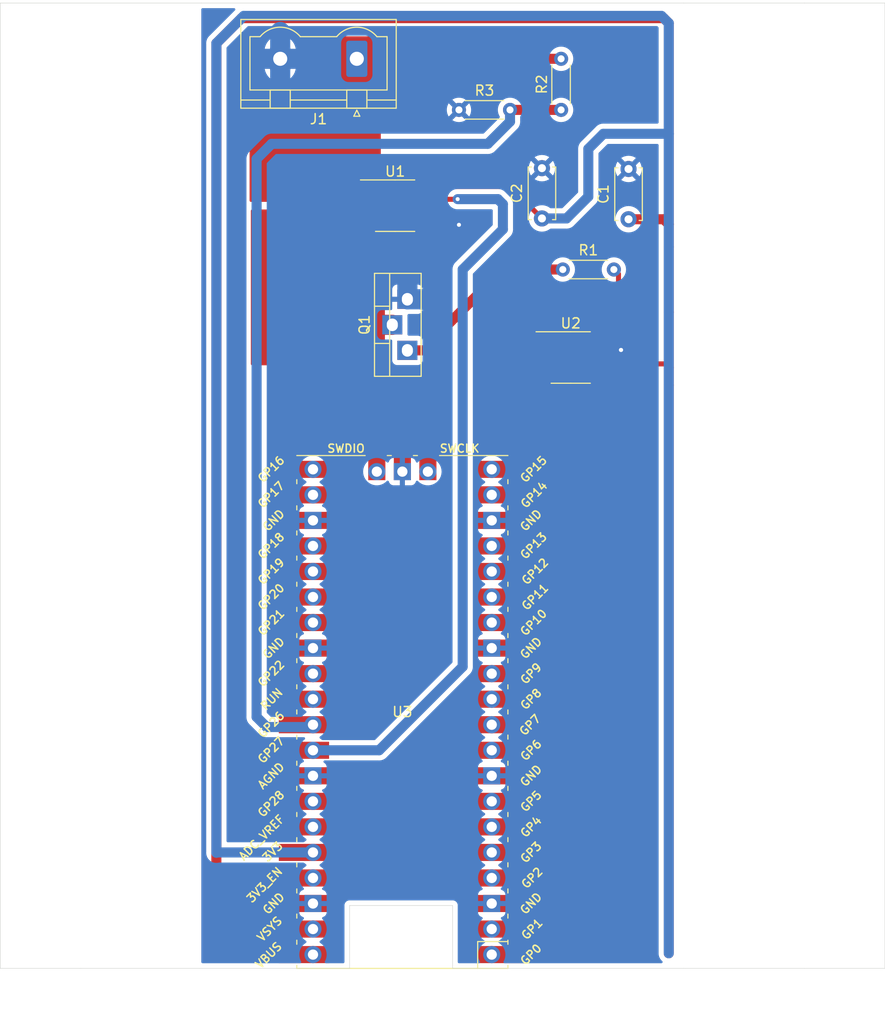
<source format=kicad_pcb>
(kicad_pcb (version 20211014) (generator pcbnew)
  (layers (0 "F.Cu" signal) (31 "B.Cu" signal) (34 "B.Paste" user) (35 "F.Paste" user) (36 "B.SilkS" user "B.Silkscreen") (37 "F.SilkS" user "F.Silkscreen") (38 "B.Mask" user) (39 "F.Mask" user) (44 "Edge.Cuts" user))
  (net 0 "")
  (net 1 "GND")
  (net 2 "+5V")
  (net 3 "+3V3")
  (net 4 "+15V")
  (net 5 "Net-(Q1-Pad2)")
  (net 6 "LOAD_CTRL")
  (net 7 "PV_VOLTAGE")
  (net 8 "PV_CURRENT")
  (net 9 "GPIO9")
  (net 10 "GPIO8")
  (net 11 "GPIO7")
  (net 12 "GPIO6")
  (net 13 "GPIO13")
  (net 14 "GPIO12")
  (net 15 "GPIO11")
  (net 16 "GPIO10")
  (net 17 "Net-(Q1-Pad1)")
  (net 18 "DAC_TX")
  (net 19 "DAC_SCK")
  (net 20 "DAC_CS")
  (net 21 "DAC_LATCH")
  (footprint "Capacitor_THT:C_Disc_D5.0mm_W2.5mm_P5.00mm" (layer "F.Cu") (at 95.885 58.42 90)
    (fp_text reference "C2" (at 2.5 -2.5 90) (layer "F.SilkS"))
    (fp_text value ".1uF")
    (fp_line (start -0.12 -1.37) (end -0.12 -1.055) (layer "F.SilkS") (width 0.12))
    (fp_line (start 5.12 -1.37) (end 5.12 -1.055) (layer "F.SilkS") (width 0.12))
    (fp_line (start -0.12 1.37) (end 5.12 1.37) (layer "F.SilkS") (width 0.12))
    (fp_line (start -0.12 1.055) (end -0.12 1.37) (layer "F.SilkS") (width 0.12))
    (fp_line (start -0.12 -1.37) (end 5.12 -1.37) (layer "F.SilkS") (width 0.12))
    (fp_line (start 5.12 1.055) (end 5.12 1.37) (layer "F.SilkS") (width 0.12))
    (pad "1" thru_hole circle locked (at 0 0 90) (size 1.6 1.6) (drill 0.8) (layers *.Cu *.Mask) (net 3 "+3V3"))
    (pad "2" thru_hole circle locked (at 5 0 90) (size 1.6 1.6) (drill 0.8) (layers *.Cu *.Mask) (net 1 "GND"))
  )
  (footprint "Connector_Phoenix_GMSTB:PhoenixContact_GMSTBVA_2,5_2-G-7,62_1x02_P7.62mm_Vertical" (layer "F.Cu") (at 77.47 42.545 180)
    (fp_text reference "J1" (at 3.81 -6) (layer "F.SilkS"))
    (fp_text value "Screw_Terminal")
    (fp_line (start 0.3 -5.71) (end 0 -5.11) (layer "F.SilkS") (width 0.12))
    (fp_line (start 0 -5.11) (end -0.3 -5.71) (layer "F.SilkS") (width 0.12))
    (fp_line (start 6.62 -4.91) (end 8.62 -4.91) (layer "F.SilkS") (width 0.12))
    (fp_line (start -3.92 3.91) (end 11.54 3.91) (layer "F.SilkS") (width 0.12))
    (fp_line (start 1 -4.1) (end 6.62 -4.1) (layer "F.SilkS") (width 0.12))
    (fp_line (start -2 2.2) (end -3.01 2.2) (layer "F.SilkS") (width 0.12))
    (fp_line (start 8.62 -3.1) (end 6.62 -3.1) (layer "F.SilkS") (width 0.12))
    (fp_line (start -3.01 2.2) (end -3.01 -3.1) (layer "F.SilkS") (width 0.12))
    (fp_line (start 11.54 -4.91) (end -3.92 -4.91) (layer "F.SilkS") (width 0.12))
    (fp_line (start 11.54 -4.1) (end 8.73 -4.1) (layer "F.SilkS") (width 0.12))
    (fp_line (start -3.01 -3.1) (end 10.63 -3.1) (layer "F.SilkS") (width 0.12))
    (fp_line (start -1 -4.91) (end 1 -4.91) (layer "F.SilkS") (width 0.12))
    (fp_line (start 6.62 -3.1) (end 6.62 -4.91) (layer "F.SilkS") (width 0.12))
    (fp_line (start -1 -3.1) (end -1 -4.91) (layer "F.SilkS") (width 0.12))
    (fp_line (start 10.63 -3.1) (end 10.63 2.2) (layer "F.SilkS") (width 0.12))
    (fp_line (start 1 -3.1) (end -1 -3.1) (layer "F.SilkS") (width 0.12))
    (fp_line (start 2 2.2) (end 5.62 2.2) (layer "F.SilkS") (width 0.12))
    (fp_line (start -0.3 -5.71) (end 0.3 -5.71) (layer "F.SilkS") (width 0.12))
    (fp_line (start 1 -4.91) (end 1 -3.1) (layer "F.SilkS") (width 0.12))
    (fp_line (start 8.62 -4.91) (end 8.62 -3.1) (layer "F.SilkS") (width 0.12))
    (fp_line (start -3.92 -4.91) (end -3.92 3.91) (layer "F.SilkS") (width 0.12))
    (fp_line (start 10.63 2.2) (end 9.62 2.2) (layer "F.SilkS") (width 0.12))
    (fp_line (start 11.54 3.91) (end 11.54 -4.91) (layer "F.SilkS") (width 0.12))
    (fp_line (start -3.92 -4.1) (end -1.11 -4.1) (layer "F.SilkS") (width 0.12))
    (fp_arc (start 9.606842 2.215821) (mid 7.609711 3.142758) (end 5.62 2.2) (layer "F.SilkS") (width 0.12))
    (fp_arc (start 1.986842 2.215821) (mid -0.010289 3.142758) (end -2 2.2) (layer "F.SilkS") (width 0.12))
    (pad "1" thru_hole roundrect locked (at 0 0 180) (size 2.1 3.6) (drill 1.4) (layers *.Cu *.Mask) (roundrect_rratio 0.1190480952) (net 4 "+15V"))
    (pad "2" thru_hole oval locked (at 7.62 0 180) (size 2.1 3.6) (drill 1.4) (layers *.Cu *.Mask) (net 1 "GND"))
  )
  (footprint "Package_TO_SOT_THT:TO-220-3_Vertical" (layer "F.Cu") (at 82.5 71.54 90)
    (fp_text reference "Q1" (at 2.54 -4.27 90) (layer "F.SilkS"))
    (fp_text value "BUZ11")
    (fp_line (start -2.58 -3.27) (end 7.66 -3.27) (layer "F.SilkS") (width 0.12))
    (fp_line (start 4.391 -3.27) (end 4.391 -1.76) (layer "F.SilkS") (width 0.12))
    (fp_line (start 0.69 -3.27) (end 0.69 -1.76) (layer "F.SilkS") (width 0.12))
    (fp_line (start -2.58 1.371) (end 7.66 1.371) (layer "F.SilkS") (width 0.12))
    (fp_line (start -2.58 -3.27) (end -2.58 1.371) (layer "F.SilkS") (width 0.12))
    (fp_line (start -2.58 -1.76) (end 7.66 -1.76) (layer "F.SilkS") (width 0.12))
    (fp_line (start 7.66 -3.27) (end 7.66 1.371) (layer "F.SilkS") (width 0.12))
    (pad "1" thru_hole rect locked (at 0 0 90) (size 1.905 2) (drill oval 1.25 1.1) (layers *.Cu *.Mask) (net 17 "Net-(Q1-Pad1)"))
    (pad "2" thru_hole rect locked (at 2.54 -1.5 90) (size 1.905 2) (drill oval 1.25 1.1) (layers *.Cu *.Mask) (net 5 "Net-(Q1-Pad2)"))
    (pad "3" thru_hole rect locked (at 5.08 0 90) (size 1.905 2) (drill oval 1.25 1.1) (layers *.Cu *.Mask) (net 1 "GND"))
  )
  (footprint "Resistor_THT:R_Axial_DIN0204_L3.6mm_D1.6mm_P5.08mm_Horizontal" (layer "F.Cu") (at 97.96 63.5)
    (fp_text reference "R1" (at 2.54 -1.92) (layer "F.SilkS"))
    (fp_text value "100")
    (fp_line (start 0.62 -0.92) (end 4.46 -0.92) (layer "F.SilkS") (width 0.12))
    (fp_line (start 0.62 0.92) (end 4.46 0.92) (layer "F.SilkS") (width 0.12))
    (pad "1" thru_hole circle locked (at 0 0) (size 1.4 1.4) (drill 0.7) (layers *.Cu *.Mask) (net 17 "Net-(Q1-Pad1)"))
    (pad "2" thru_hole oval locked (at 5.08 0) (size 1.4 1.4) (drill 0.7) (layers *.Cu *.Mask) (net 6 "LOAD_CTRL"))
  )
  (footprint "Resistor_THT:R_Axial_DIN0204_L3.6mm_D1.6mm_P5.08mm_Horizontal" (layer "F.Cu") (at 97.79 47.625 90)
    (fp_text reference "R2" (at 2.54 -1.92 90) (layer "F.SilkS"))
    (fp_text value "20K")
    (fp_line (start 0.62 0.92) (end 4.46 0.92) (layer "F.SilkS") (width 0.12))
    (fp_line (start 0.62 -0.92) (end 4.46 -0.92) (layer "F.SilkS") (width 0.12))
    (pad "1" thru_hole circle locked (at 0 0 90) (size 1.4 1.4) (drill 0.7) (layers *.Cu *.Mask) (net 7 "PV_VOLTAGE"))
    (pad "2" thru_hole oval locked (at 5.08 0 90) (size 1.4 1.4) (drill 0.7) (layers *.Cu *.Mask) (net 4 "+15V"))
  )
  (footprint "Resistor_THT:R_Axial_DIN0204_L3.6mm_D1.6mm_P5.08mm_Horizontal" (layer "F.Cu") (at 87.63 47.625)
    (fp_text reference "R3" (at 2.54 -1.92) (layer "F.SilkS"))
    (fp_text value "1K")
    (fp_line (start 0.62 0.92) (end 4.46 0.92) (layer "F.SilkS") (width 0.12))
    (fp_line (start 0.62 -0.92) (end 4.46 -0.92) (layer "F.SilkS") (width 0.12))
    (pad "1" thru_hole circle locked (at 0 0) (size 1.4 1.4) (drill 0.7) (layers *.Cu *.Mask) (net 1 "GND"))
    (pad "2" thru_hole oval locked (at 5.08 0) (size 1.4 1.4) (drill 0.7) (layers *.Cu *.Mask) (net 7 "PV_VOLTAGE"))
  )
  (footprint "Package_SO:SOIC-8_3.9x4.9mm_P1.27mm" (layer "F.Cu") (at 81.28 57.15)
    (fp_text reference "U1" (at 0 -3.4) (layer "F.SilkS"))
    (fp_text value "TMCS1108-Q1")
    (fp_line (start 0 2.56) (end -1.95 2.56) (layer "F.SilkS") (width 0.12))
    (fp_line (start 0 -2.56) (end 1.95 -2.56) (layer "F.SilkS") (width 0.12))
    (fp_line (start 0 -2.56) (end -3.45 -2.56) (layer "F.SilkS") (width 0.12))
    (fp_line (start 0 2.56) (end 1.95 2.56) (layer "F.SilkS") (width 0.12))
    (pad "1" smd roundrect locked (at -2.7 -1.905) (size 2.5 0.6) (layers "F.Cu" "F.Paste" "F.Mask") (net 4 "+15V"))
    (pad "2" smd roundrect locked (at -2.7 -0.635) (size 2.5 0.6) (layers "F.Cu" "F.Paste" "F.Mask") (net 4 "+15V"))
    (pad "3" smd roundrect locked (at -2.7 0.635) (size 2.5 0.6) (layers "F.Cu" "F.Paste" "F.Mask") (net 5 "Net-(Q1-Pad2)"))
    (pad "4" smd roundrect locked (at -2.7 1.905) (size 2.5 0.6) (layers "F.Cu" "F.Paste" "F.Mask") (net 5 "Net-(Q1-Pad2)"))
    (pad "5" smd roundrect locked (at 2.7 1.905) (size 2.5 0.6) (layers "F.Cu" "F.Paste" "F.Mask") (net 1 "GND"))
    (pad "6" smd roundrect locked (at 2.7 0.635) (size 2.5 0.6) (layers "F.Cu" "F.Paste" "F.Mask"))
    (pad "7" smd roundrect locked (at 2.7 -0.635) (size 2.5 0.6) (layers "F.Cu" "F.Paste" "F.Mask") (net 8 "PV_CURRENT"))
    (pad "8" smd roundrect locked (at 2.7 -1.905) (size 2.5 0.6) (layers "F.Cu" "F.Paste" "F.Mask") (net 3 "+3V3"))
  )
  (footprint "Capacitor_THT:C_Disc_D5.0mm_W2.5mm_P5.00mm" (layer "F.Cu") (at 104.5 58.5 90)
    (fp_text reference "C1" (at 2.5 -2.5 90) (layer "F.SilkS"))
    (fp_text value ".1uF")
    (fp_line (start -0.12 -1.37) (end 5.12 -1.37) (layer "F.SilkS") (width 0.12))
    (fp_line (start 5.12 -1.37) (end 5.12 -1.055) (layer "F.SilkS") (width 0.12))
    (fp_line (start -0.12 -1.37) (end -0.12 -1.055) (layer "F.SilkS") (width 0.12))
    (fp_line (start -0.12 1.37) (end 5.12 1.37) (layer "F.SilkS") (width 0.12))
    (fp_line (start -0.12 1.055) (end -0.12 1.37) (layer "F.SilkS") (width 0.12))
    (fp_line (start 5.12 1.055) (end 5.12 1.37) (layer "F.SilkS") (width 0.12))
    (pad "1" thru_hole circle locked (at 0 0 90) (size 1.6 1.6) (drill 0.8) (layers *.Cu *.Mask) (net 2 "+5V"))
    (pad "2" thru_hole circle locked (at 5 0 90) (size 1.6 1.6) (drill 0.8) (layers *.Cu *.Mask) (net 1 "GND"))
  )
  (footprint "Package_SO:SOIC-8_3.9x4.9mm_P1.27mm" (layer "F.Cu") (at 98.75 72.25)
    (fp_text reference "U2" (at 0 -3.4) (layer "F.SilkS"))
    (fp_text value "MCP4921")
    (fp_line (start 0 -2.56) (end 1.95 -2.56) (layer "F.SilkS") (width 0.12))
    (fp_line (start 0 2.56) (end -1.95 2.56) (layer "F.SilkS") (width 0.12))
    (fp_line (start 0 2.56) (end 1.95 2.56) (layer "F.SilkS") (width 0.12))
    (fp_line (start 0 -2.56) (end -3.45 -2.56) (layer "F.SilkS") (width 0.12))
    (pad "1" smd roundrect (at -2.475 -1.905) (size 2.5 0.6) (layers "F.Cu" "F.Paste" "F.Mask") (net 2 "+5V"))
    (pad "2" smd roundrect (at -2.475 -0.635) (size 2.5 0.6) (layers "F.Cu" "F.Paste" "F.Mask") (net 20 "DAC_CS"))
    (pad "3" smd roundrect (at -2.475 0.635) (size 2.5 0.6) (layers "F.Cu" "F.Paste" "F.Mask") (net 19 "DAC_SCK"))
    (pad "4" smd roundrect (at -2.475 1.905) (size 2.5 0.6) (layers "F.Cu" "F.Paste" "F.Mask") (net 18 "DAC_TX"))
    (pad "5" smd roundrect (at 2.475 1.905) (size 2.5 0.6) (layers "F.Cu" "F.Paste" "F.Mask") (net 21 "DAC_LATCH"))
    (pad "6" smd roundrect (at 2.475 0.635) (size 2.5 0.6) (layers "F.Cu" "F.Paste" "F.Mask") (net 2 "+5V"))
    (pad "7" smd roundrect (at 2.475 -0.635) (size 2.5 0.6) (layers "F.Cu" "F.Paste" "F.Mask") (net 1 "GND"))
    (pad "8" smd roundrect (at 2.475 -1.905) (size 2.5 0.6) (layers "F.Cu" "F.Paste" "F.Mask") (net 6 "LOAD_CTRL"))
  )
  (footprint "MCU_RaspberryPi_and_Boards:RPi_Pico_SMD_TH" (layer "F.Cu") (at 82 107.5 180)
    (fp_text reference "U3" (at 0 0) (layer "F.SilkS"))
    (fp_text value "Pico")
    (fp_text user "GP1" (at -12.9 -21.6 45) (layer "F.SilkS") (effects (font (size 0.8 0.8))))
    (fp_text user "GP0" (at -12.8 -24.13 45) (layer "F.SilkS") (effects (font (size 0.8 0.8))))
    (fp_text user "GP17" (at 13.054 21.59 45) (layer "F.SilkS") (effects (font (size 0.8 0.8))))
    (fp_text user "GP19" (at 13.054 13.97 45) (layer "F.SilkS") (effects (font (size 0.8 0.8))))
    (fp_text user "SWCLK" (at -5.7 26.2) (layer "F.SilkS") (effects (font (size 0.8 0.8))))
    (fp_text user "GP5" (at -12.8 -8.89 45) (layer "F.SilkS") (effects (font (size 0.8 0.8))))
    (fp_text user "VBUS" (at 13.3 -24.2 45) (layer "F.SilkS") (effects (font (size 0.8 0.8))))
    (fp_text user "ADC_VREF" (at 14 -12.5 45) (layer "F.SilkS") (effects (font (size 0.8 0.8))))
    (fp_text user "GP16" (at 13.054 24.13 45) (layer "F.SilkS") (effects (font (size 0.8 0.8))))
    (fp_text user "RUN" (at 13 1.27 45) (layer "F.SilkS") (effects (font (size 0.8 0.8))))
    (fp_text user "GP6" (at -12.8 -3.81 45) (layer "F.SilkS") (effects (font (size 0.8 0.8))))
    (fp_text user "GP8" (at -12.8 1.27 45) (layer "F.SilkS") (effects (font (size 0.8 0.8))))
    (fp_text user "GP20" (at 13.054 11.43 45) (layer "F.SilkS") (effects (font (size 0.8 0.8))))
    (fp_text user "GP26" (at 13.054 -1.27 45) (layer "F.SilkS") (effects (font (size 0.8 0.8))))
    (fp_text user "GP4" (at -12.8 -11.43 45) (layer "F.SilkS") (effects (font (size 0.8 0.8))))
    (fp_text user "GP22" (at 13.054 3.81 45) (layer "F.SilkS") (effects (font (size 0.8 0.8))))
    (fp_text user "GP27" (at 13.054 -3.8 45) (layer "F.SilkS") (effects (font (size 0.8 0.8))))
    (fp_text user "GND" (at -12.8 -19.05 45) (layer "F.SilkS") (effects (font (size 0.8 0.8))))
    (fp_text user "VSYS" (at 13.2 -21.59 45) (layer "F.SilkS") (effects (font (size 0.8 0.8))))
    (fp_text user "AGND" (at 13.054 -6.35 45) (layer "F.SilkS") (effects (font (size 0.8 0.8))))
    (fp_text user "GND" (at 12.8 6.35 45) (layer "F.SilkS") (effects (font (size 0.8 0.8))))
    (fp_text user "GP7" (at -12.7 -1.3 45) (layer "F.SilkS") (effects (font (size 0.8 0.8))))
    (fp_text user "GP28" (at 13.054 -9.144 45) (layer "F.SilkS") (effects (font (size 0.8 0.8))))
    (fp_text user "3V3" (at 12.9 -13.9 45) (layer "F.SilkS") (effects (font (size 0.8 0.8))))
    (fp_text user "GP2" (at -12.9 -16.51 45) (layer "F.SilkS") (effects (font (size 0.8 0.8))))
    (fp_text user "GND" (at -12.8 6.35 45) (layer "F.SilkS") (effects (font (size 0.8 0.8))))
    (fp_text user "GND" (at -12.8 -6.35 45) (layer "F.SilkS") (effects (font (size 0.8 0.8))))
    (fp_text user "GP18" (at 13.054 16.51 45) (layer "F.SilkS") (effects (font (size 0.8 0.8))))
    (fp_text user "GP9" (at -12.8 3.81 45) (layer "F.SilkS") (effects (font (size 0.8 0.8))))
    (fp_text user "GP10" (at -13.054 8.89 45) (layer "F.SilkS") (effects (font (size 0.8 0.8))))
    (fp_text user "GP12" (at -13.2 13.97 45) (layer "F.SilkS") (effects (font (size 0.8 0.8))))
    (fp_text user "GP3" (at -12.8 -13.97 45) (layer "F.SilkS") (effects (font (size 0.8 0.8))))
    (fp_text user "GP14" (at -13.1 21.59 45) (layer "F.SilkS") (effects (font (size 0.8 0.8))))
    (fp_text user "GP15" (at -13.054 24.13 45) (layer "F.SilkS") (effects (font (size 0.8 0.8))))
    (fp_text user "GP13" (at -13.054 16.51 45) (layer "F.SilkS") (effects (font (size 0.8 0.8))))
    (fp_text user "3V3_EN" (at 13.7 -17.2 45) (layer "F.SilkS") (effects (font (size 0.8 0.8))))
    (fp_text user "GND" (at -12.8 19.05 45) (layer "F.SilkS") (effects (font (size 0.8 0.8))))
    (fp_text user "GND" (at 12.8 19.05 45) (layer "F.SilkS") (effects (font (size 0.8 0.8))))
    (fp_text user "SWDIO" (at 5.6 26.2) (layer "F.SilkS") (effects (font (size 0.8 0.8))))
    (fp_text user "GND" (at 12.8 -19.05 45) (layer "F.SilkS") (effects (font (size 0.8 0.8))))
    (fp_text user "GP11" (at -13.2 11.43 45) (layer "F.SilkS") (effects (font (size 0.8 0.8))))
    (fp_text user "GP21" (at 13.054 8.9 45) (layer "F.SilkS") (effects (font (size 0.8 0.8))))
    (fp_line (start -10.5 -12.9) (end -10.5 -12.5) (layer "F.SilkS") (width 0.12))
    (fp_line (start -10.5 10) (end -10.5 10.4) (layer "F.SilkS") (width 0.12))
    (fp_line (start 10.5 -10.4) (end 10.5 -10) (layer "F.SilkS") (width 0.12))
    (fp_line (start -10.5 -2.7) (end -10.5 -2.3) (layer "F.SilkS") (width 0.12))
    (fp_line (start 10.5 -25.5) (end 10.5 -25.2) (layer "F.SilkS") (width 0.12))
    (fp_line (start -10.5 -0.2) (end -10.5 0.2) (layer "F.SilkS") (width 0.12))
    (fp_line (start 10.5 -23.1) (end 10.5 -22.7) (layer "F.SilkS") (width 0.12))
    (fp_line (start -10.5 -10.4) (end -10.5 -10) (layer "F.SilkS") (width 0.12))
    (fp_line (start -3.7 25.5) (end -10.5 25.5) (layer "F.SilkS") (width 0.12))
    (fp_line (start -10.5 2.3) (end -10.5 2.7) (layer "F.SilkS") (width 0.12))
    (fp_line (start 10.5 2.3) (end 10.5 2.7) (layer "F.SilkS") (width 0.12))
    (fp_line (start -1.5 25.5) (end -1.1 25.5) (layer "F.SilkS") (width 0.12))
    (fp_line (start -10.5 -23.1) (end -10.5 -22.7) (layer "F.SilkS") (width 0.12))
    (fp_line (start 10.5 22.7) (end 10.5 23.1) (layer "F.SilkS") (width 0.12))
    (fp_line (start 10.5 17.6) (end 10.5 18) (layer "F.SilkS") (width 0.12))
    (fp_line (start -10.5 7.4) (end -10.5 7.8) (layer "F.SilkS") (width 0.12))
    (fp_line (start 10.5 25.5) (end 3.7 25.5) (layer "F.SilkS") (width 0.12))
    (fp_line (start -10.5 -25.5) (end 10.5 -25.5) (layer "F.SilkS") (width 0.12))
    (fp_line (start -10.5 17.6) (end -10.5 18) (layer "F.SilkS") (width 0.12))
    (fp_line (start 10.5 -15.4) (end 10.5 -15) (layer "F.SilkS") (width 0.12))
    (fp_line (start 10.5 -12.9) (end 10.5 -12.5) (layer "F.SilkS") (width 0.12))
    (fp_line (start -10.5 -20.5) (end -10.5 -20.1) (layer "F.SilkS") (width 0.12))
    (fp_line (start -10.5 15.1) (end -10.5 15.5) (layer "F.SilkS") (width 0.12))
    (fp_line (start 10.5 7.4) (end 10.5 7.8) (layer "F.SilkS") (width 0.12))
    (fp_line (start -10.5 -22.833) (end -7.493 -22.833) (layer "F.SilkS") (width 0.12))
    (fp_line (start 10.5 -7.8) (end 10.5 -7.4) (layer "F.SilkS") (width 0.12))
    (fp_line (start 10.5 -2.7) (end 10.5 -2.3) (layer "F.SilkS") (width 0.12))
    (fp_line (start 10.5 4.9) (end 10.5 5.3) (layer "F.SilkS") (width 0.12))
    (fp_line (start -10.5 4.9) (end -10.5 5.3) (layer "F.SilkS") (width 0.12))
    (fp_line (start 10.5 -5.3) (end 10.5 -4.9) (layer "F.SilkS") (width 0.12))
    (fp_line (start -10.5 -18) (end -10.5 -17.6) (layer "F.SilkS") (width 0.12))
    (fp_line (start 10.5 -0.2) (end 10.5 0.2) (layer "F.SilkS") (width 0.12))
    (fp_line (start -10.5 12.5) (end -10.5 12.9) (layer "F.SilkS") (width 0.12))
    (fp_line (start -10.5 22.7) (end -10.5 23.1) (layer "F.SilkS") (width 0.12))
    (fp_line (start 10.5 12.5) (end 10.5 12.9) (layer "F.SilkS") (width 0.12))
    (fp_line (start -10.5 -7.8) (end -10.5 -7.4) (layer "F.SilkS") (width 0.12))
    (fp_line (start -7.493 -22.833) (end -7.493 -25.5) (layer "F.SilkS") (width 0.12))
    (fp_line (start 1.1 25.5) (end 1.5 25.5) (layer "F.SilkS") (width 0.12))
    (fp_line (start 10.5 15.1) (end 10.5 15.5) (layer "F.SilkS") (width 0.12))
    (fp_line (start 10.5 -18) (end 10.5 -17.6) (layer "F.SilkS") (width 0.12))
    (fp_line (start -10.5 20.1) (end -10.5 20.5) (layer "F.SilkS") (width 0.12))
    (fp_line (start -10.5 -25.5) (end -10.5 -25.2) (layer "F.SilkS") (width 0.12))
    (fp_line (start 10.5 10) (end 10.5 10.4) (layer "F.SilkS") (width 0.12))
    (fp_line (start -10.5 -15.4) (end -10.5 -15) (layer "F.SilkS") (width 0.12))
    (fp_line (start 10.5 -20.5) (end 10.5 -20.1) (layer "F.SilkS") (width 0.12))
    (fp_line (start -10.5 -5.3) (end -10.5 -4.9) (layer "F.SilkS") (width 0.12))
    (fp_line (start 10.5 20.1) (end 10.5 20.5) (layer "F.SilkS") (width 0.12))
    (pad "1" thru_hole oval (at -8.89 -24.13 180) (size 1.7 1.7) (drill 1.02) (layers *.Cu *.Mask))
    (pad "1" smd rect (at -8.89 -24.13 180) (size 5 1.7) (drill (offset -0.9 0)) (layers "F.Cu" "F.Mask"))
    (pad "2" smd rect (at -8.89 -21.59 180) (size 5 1.7) (drill (offset -0.9 0)) (layers "F.Cu" "F.Mask") (net 21 "DAC_LATCH"))
    (pad "2" thru_hole oval (at -8.89 -21.59 180) (size 1.7 1.7) (drill 1.02) (layers *.Cu *.Mask) (net 21 "DAC_LATCH"))
    (pad "3" smd rect (at -8.89 -19.05 180) (size 5 1.7) (drill (offset -0.9 0)) (layers "F.Cu" "F.Mask") (net 1 "GND"))
    (pad "3" thru_hole rect (at -8.89 -19.05 180) (size 1.7 1.7) (drill 1.02) (layers *.Cu *.Mask) (net 1 "GND"))
    (pad "4" thru_hole oval (at -8.89 -16.51 180) (size 1.7 1.7) (drill 1.02) (layers *.Cu *.Mask) (net 19 "DAC_SCK"))
    (pad "4" smd rect (at -8.89 -16.51 180) (size 5 1.7) (drill (offset -0.9 0)) (layers "F.Cu" "F.Mask") (net 19 "DAC_SCK"))
    (pad "5" smd rect (at -8.89 -13.97 180) (size 5 1.7) (drill (offset -0.9 0)) (layers "F.Cu" "F.Mask") (net 18 "DAC_TX"))
    (pad "5" thru_hole oval (at -8.89 -13.97 180) (size 1.7 1.7) (drill 1.02) (layers *.Cu *.Mask) (net 18 "DAC_TX"))
    (pad "6" thru_hole oval (at -8.89 -11.43 180) (size 1.7 1.7) (drill 1.02) (layers *.Cu *.Mask))
    (pad "6" smd rect (at -8.89 -11.43 180) (size 5 1.7) (drill (offset -0.9 0)) (layers "F.Cu" "F.Mask"))
    (pad "7" smd rect (at -8.89 -8.89 180) (size 5 1.7) (drill (offset -0.9 0)) (layers "F.Cu" "F.Mask") (net 20 "DAC_CS"))
    (pad "7" thru_hole oval (at -8.89 -8.89 180) (size 1.7 1.7) (drill 1.02) (layers *.Cu *.Mask) (net 20 "DAC_CS"))
    (pad "8" thru_hole rect (at -8.89 -6.35 180) (size 1.7 1.7) (drill 1.02) (layers *.Cu *.Mask) (net 1 "GND"))
    (pad "8" smd rect (at -8.89 -6.35 180) (size 5 1.7) (drill (offset -0.9 0)) (layers "F.Cu" "F.Mask") (net 1 "GND"))
    (pad "9" smd rect (at -8.89 -3.81 180) (size 5 1.7) (drill (offset -0.9 0)) (layers "F.Cu" "F.Mask") (net 12 "GPIO6"))
    (pad "9" thru_hole oval (at -8.89 -3.81 180) (size 1.7 1.7) (drill 1.02) (layers *.Cu *.Mask) (net 12 "GPIO6"))
    (pad "10" thru_hole oval (at -8.89 -1.27 180) (size 1.7 1.7) (drill 1.02) (layers *.Cu *.Mask) (net 11 "GPIO7"))
    (pad "10" smd rect (at -8.89 -1.27 180) (size 5 1.7) (drill (offset -0.9 0)) (layers "F.Cu" "F.Mask") (net 11 "GPIO7"))
    (pad "11" thru_hole oval (at -8.89 1.27 180) (size 1.7 1.7) (drill 1.02) (layers *.Cu *.Mask) (net 10 "GPIO8"))
    (pad "11" smd rect (at -8.89 1.27 180) (size 5 1.7) (drill (offset -0.9 0)) (layers "F.Cu" "F.Mask") (net 10 "GPIO8"))
    (pad "12" thru_hole oval (at -8.89 3.81 180) (size 1.7 1.7) (drill 1.02) (layers *.Cu *.Mask) (net 9 "GPIO9"))
    (pad "12" smd rect (at -8.89 3.81 180) (size 5 1.7) (drill (offset -0.9 0)) (layers "F.Cu" "F.Mask") (net 9 "GPIO9"))
    (pad "13" smd rect (at -8.89 6.35 180) (size 5 1.7) (drill (offset -0.9 0)) (layers "F.Cu" "F.Mask") (net 1 "GND"))
    (pad "13" thru_hole rect (at -8.89 6.35 180) (size 1.7 1.7) (drill 1.02) (layers *.Cu *.Mask) (net 1 "GND"))
    (pad "14" smd rect (at -8.89 8.89 180) (size 5 1.7) (drill (offset -0.9 0)) (layers "F.Cu" "F.Mask") (net 16 "GPIO10"))
    (pad "14" thru_hole oval (at -8.89 8.89 180) (size 1.7 1.7) (drill 1.02) (layers *.Cu *.Mask) (net 16 "GPIO10"))
    (pad "15" thru_hole oval (at -8.89 11.43 180) (size 1.7 1.7) (drill 1.02) (layers *.Cu *.Mask) (net 15 "GPIO11"))
    (pad "15" smd rect (at -8.89 11.43 180) (size 5 1.7) (drill (offset -0.9 0)) (layers "F.Cu" "F.Mask") (net 15 "GPIO11"))
    (pad "16" thru_hole oval (at -8.89 13.97 180) (size 1.7 1.7) (drill 1.02) (layers *.Cu *.Mask) (net 14 "GPIO12"))
    (pad "16" smd rect (at -8.89 13.97 180) (size 5 1.7) (drill (offset -0.9 0)) (layers "F.Cu" "F.Mask") (net 14 "GPIO12"))
    (pad "17" thru_hole oval (at -8.89 16.51 180) (size 1.7 1.7) (drill 1.02) (layers *.Cu *.Mask) (net 13 "GPIO13"))
    (pad "17" smd rect (at -8.89 16.51 180) (size 5 1.7) (drill (offset -0.9 0)) (layers "F.Cu" "F.Mask") (net 13 "GPIO13"))
    (pad "18" thru_hole rect (at -8.89 19.05 180) (size 1.7 1.7) (drill 1.02) (layers *.Cu *.Mask) (net 1 "GND"))
    (pad "18" smd rect (at -8.89 19.05 180) (size 5 1.7) (drill (offset -0.9 0)) (layers "F.Cu" "F.Mask") (net 1 "GND"))
    (pad "19" smd rect (at -8.89 21.59 180) (size 5 1.7) (drill (offset -0.9 0)) (layers "F.Cu" "F.Mask"))
    (pad "19" thru_hole oval (at -8.89 21.59 180) (size 1.7 1.7) (drill 1.02) (layers *.Cu *.Mask))
    (pad "20" smd rect (at -8.89 24.13 180) (size 5 1.7) (drill (offset -0.9 0)) (layers "F.Cu" "F.Mask"))
    (pad "20" thru_hole oval (at -8.89 24.13 180) (size 1.7 1.7) (drill 1.02) (layers *.Cu *.Mask))
    (pad "21" smd rect (at 8.89 24.13 180) (size 5 1.7) (drill (offset 0.9 0)) (layers "F.Cu" "F.Mask"))
    (pad "21" thru_hole oval (at 8.89 24.13 180) (size 1.7 1.7) (drill 1.02) (layers *.Cu *.Mask))
    (pad "22" smd rect (at 8.89 21.59 180) (size 5 1.7) (drill (offset 0.9 0)) (layers "F.Cu" "F.Mask"))
    (pad "22" thru_hole oval (at 8.89 21.59 180) (size 1.7 1.7) (drill 1.02) (layers *.Cu *.Mask))
    (pad "23" smd rect (at 8.89 19.05 180) (size 5 1.7) (drill (offset 0.9 0)) (layers "F.Cu" "F.Mask") (net 1 "GND"))
    (pad "23" thru_hole rect (at 8.89 19.05 180) (size 1.7 1.7) (drill 1.02) (layers *.Cu *.Mask) (net 1 "GND"))
    (pad "24" thru_hole oval (at 8.89 16.51 180) (size 1.7 1.7) (drill 1.02) (layers *.Cu *.Mask))
    (pad "24" smd rect (at 8.89 16.51 180) (size 5 1.7) (drill (offset 0.9 0)) (layers "F.Cu" "F.Mask"))
    (pad "25" thru_hole oval (at 8.89 13.97 180) (size 1.7 1.7) (drill 1.02) (layers *.Cu *.Mask))
    (pad "25" smd rect (at 8.89 13.97 180) (size 5 1.7) (drill (offset 0.9 0)) (layers "F.Cu" "F.Mask"))
    (pad "26" smd rect (at 8.89 11.43 180) (size 5 1.7) (drill (offset 0.9 0)) (layers "F.Cu" "F.Mask"))
    (pad "26" thru_hole oval (at 8.89 11.43 180) (size 1.7 1.7) (drill 1.02) (layers *.Cu *.Mask))
    (pad "27" smd rect (at 8.89 8.89 180) (size 5 1.7) (drill (offset 0.9 0)) (layers "F.Cu" "F.Mask"))
    (pad "27" thru_hole oval (at 8.89 8.89 180) (size 1.7 1.7) (drill 1.02) (layers *.Cu *.Mask))
    (pad "28" smd rect (at 8.89 6.35 180) (size 5 1.7) (drill (offset 0.9 0)) (layers "F.Cu" "F.Mask") (net 1 "GND"))
    (pad "28" thru_hole rect (at 8.89 6.35 180) (size 1.7 1.7) (drill 1.02) (layers *.Cu *.Mask) (net 1 "GND"))
    (pad "29" smd rect (at 8.89 3.81 180) (size 5 1.7) (drill (offset 0.9 0)) (layers "F.Cu" "F.Mask"))
    (pad "29" thru_hole oval (at 8.89 3.81 180) (size 1.7 1.7) (drill 1.02) (layers *.Cu *.Mask))
    (pad "30" thru_hole oval (at 8.89 1.27 180) (size 1.7 1.7) (drill 1.02) (layers *.Cu *.Mask))
    (pad "30" smd rect (at 8.89 1.27 180) (size 5 1.7) (drill (offset 0.9 0)) (layers "F.Cu" "F.Mask"))
    (pad "31" smd rect (at 8.89 -1.27 180) (size 5 1.7) (drill (offset 0.9 0)) (layers "F.Cu" "F.Mask") (net 7 "PV_VOLTAGE"))
    (pad "31" thru_hole oval (at 8.89 -1.27 180) (size 1.7 1.7) (drill 1.02) (layers *.Cu *.Mask) (net 7 "PV_VOLTAGE"))
    (pad "32" smd rect (at 8.89 -3.81 180) (size 5 1.7) (drill (offset 0.9 0)) (layers "F.Cu" "F.Mask") (net 8 "PV_CURRENT"))
    (pad "32" thru_hole oval (at 8.89 -3.81 180) (size 1.7 1.7) (drill 1.02) (layers *.Cu *.Mask) (net 8 "PV_CURRENT"))
    (pad "33" smd rect (at 8.89 -6.35 180) (size 5 1.7) (drill (offset 0.9 0)) (layers "F.Cu" "F.Mask") (net 1 "GND"))
    (pad "33" thru_hole rect (at 8.89 -6.35 180) (size 1.7 1.7) (drill 1.02) (layers *.Cu *.Mask) (net 1 "GND"))
    (pad "34" thru_hole oval (at 8.89 -8.89 180) (size 1.7 1.7) (drill 1.02) (layers *.Cu *.Mask))
    (pad "34" smd rect (at 8.89 -8.89 180) (size 5 1.7) (drill (offset 0.9 0)) (layers "F.Cu" "F.Mask"))
    (pad "35" smd rect (at 8.89 -11.43 180) (size 5 1.7) (drill (offset 0.9 0)) (layers "F.Cu" "F.Mask"))
    (pad "35" thru_hole oval (at 8.89 -11.43 180) (size 1.7 1.7) (drill 1.02) (layers *.Cu *.Mask))
    (pad "36" smd rect (at 8.89 -13.97 180) (size 5 1.7) (drill (offset 0.9 0)) (layers "F.Cu" "F.Mask") (net 3 "+3V3"))
    (pad "36" thru_hole oval (at 8.89 -13.97 180) (size 1.7 1.7) (drill 1.02) (layers *.Cu *.Mask) (net 3 "+3V3"))
    (pad "37" thru_hole oval (at 8.89 -16.51 180) (size 1.7 1.7) (drill 1.02) (layers *.Cu *.Mask))
    (pad "37" smd rect (at 8.89 -16.51 180) (size 5 1.7) (drill (offset 0.9 0)) (layers "F.Cu" "F.Mask"))
    (pad "38" thru_hole rect (at 8.89 -19.05 180) (size 1.7 1.7) (drill 1.02) (layers *.Cu *.Mask) (net 1 "GND"))
    (pad "38" smd rect (at 8.89 -19.05 180) (size 5 1.7) (drill (offset 0.9 0)) (layers "F.Cu" "F.Mask") (net 1 "GND"))
    (pad "39" smd rect (at 8.89 -21.59 180) (size 5 1.7) (drill (offset 0.9 0)) (layers "F.Cu" "F.Mask"))
    (pad "39" thru_hole oval (at 8.89 -21.59 180) (size 1.7 1.7) (drill 1.02) (layers *.Cu *.Mask))
    (pad "40" smd rect (at 8.89 -24.13 180) (size 5 1.7) (drill (offset 0.9 0)) (layers "F.Cu" "F.Mask") (net 2 "+5V"))
    (pad "40" thru_hole oval (at 8.89 -24.13 180) (size 1.7 1.7) (drill 1.02) (layers *.Cu *.Mask) (net 2 "+5V"))
    (pad "41" smd rect (at -2.54 23.9 270) (size 3.5 1.7) (drill (offset -0.9 0)) (layers "F.Cu" "F.Mask"))
    (pad "41" thru_hole oval (at -2.54 23.9 180) (size 1.7 1.7) (drill 1.02) (layers *.Cu *.Mask))
    (pad "42" smd rect (at 0 23.9 270) (size 3.5 1.7) (drill (offset -0.9 0)) (layers "F.Cu" "F.Mask") (net 1 "GND"))
    (pad "42" thru_hole rect (at 0 23.9 180) (size 1.7 1.7) (drill 1.02) (layers *.Cu *.Mask) (net 1 "GND"))
    (pad "43" thru_hole oval (at 2.54 23.9 180) (size 1.7 1.7) (drill 1.02) (layers *.Cu *.Mask))
    (pad "43" smd rect (at 2.54 23.9 270) (size 3.5 1.7) (drill (offset -0.9 0)) (layers "F.Cu" "F.Mask"))
  )
  (gr_line (start 62 133) (end 76.75 133) (layer "Edge.Cuts") (width 0.05))
  (gr_line (start 130 133) (end 130 37) (layer "Edge.Cuts") (width 0.05))
  (gr_line (start 110 37) (end 122 37) (layer "Edge.Cuts") (width 0.05))
  (gr_line (start 87 126.75) (end 87 133) (layer "Edge.Cuts") (width 0.05))
  (gr_line (start 76.75 126.75) (end 87 126.75) (layer "Edge.Cuts") (width 0.05))
  (gr_line (start 62 37) (end 110 37) (layer "Edge.Cuts") (width 0.05))
  (gr_line (start 50 133) (end 62 133) (layer "Edge.Cuts") (width 0.05))
  (gr_line (start 122 133) (end 110 133) (layer "Edge.Cuts") (width 0.05))
  (gr_line (start 42 133) (end 42 37) (layer "Edge.Cuts") (width 0.05))
  (gr_line (start 87 133) (end 110 133) (layer "Edge.Cuts") (width 0.05))
  (gr_line (start 50 133) (end 42 133) (layer "Edge.Cuts") (width 0.05))
  (gr_line (start 76.75 133) (end 76.75 126.75) (layer "Edge.Cuts") (width 0.05))
  (gr_line (start 62 37) (end 42 37) (layer "Edge.Cuts") (width 0.05))
  (gr_line (start 122 133) (end 130 133) (layer "Edge.Cuts") (width 0.05))
  (gr_line (start 122 37) (end 130 37) (layer "Edge.Cuts") (width 0.05))
  (gr_text "IV Curve Tracer\nv1.2" (at 77.25 77.75) (layer "F.Cu") (effects (font (size 1.5 1.5) (thickness 0.3))))
  (gr_text "Pin1" (at 84 75) (layer "F.Cu") (effects (font (size 1 1) (thickness 0.125))))
  (gr_text "+" (at 83.5 40) (layer "F.Cu") (effects (font (size 1.5 1.5) (thickness 0.3))))
  (segment (start 101.225 71.615) (end 103.635 71.615) (width 0.5) (layer "F.Cu") (net 1))
  (segment (start 103.75 71.5) (end 103.635 71.615) (width 0.5) (layer "F.Cu") (net 1))
  (segment (start 83.755 59.055) (end 87.63 59.055) (width 0.5) (layer "F.Cu") (net 1))
  (via (at 103.75 71.5) (size 0.8) (drill 0.4) (layers "F.Cu" "B.Cu") (net 1))
  (via (at 103.75 71.5) (size 0.8) (drill 0.4) (layers "F.Cu" "B.Cu") (net 1))
  (via (at 87.63 59.055) (size 0.8) (drill 0.4) (layers "F.Cu" "B.Cu") (net 1))
  (segment (start 82.5 66.46) (end 82.5 65) (width 2) (layer "B.Cu") (net 1))
  (segment (start 69.85 44.831) (end 69.85 42.545) (width 2) (layer "B.Cu") (net 1))
  (segment (start 84 66.5) (end 83.96 66.46) (width 2) (layer "B.Cu") (net 1))
  (segment (start 69.85 42.545) (end 69.85 39.878) (width 2) (layer "B.Cu") (net 1))
  (segment (start 67.945 42.545) (end 69.85 42.545) (width 2) (layer "B.Cu") (net 1))
  (segment (start 82.5 66.46) (end 83.96 66.46) (width 2) (layer "B.Cu") (net 1))
  (segment (start 71.628 42.545) (end 69.85 42.545) (width 2) (layer "B.Cu") (net 1))
  (segment (start 108.5 73.25) (end 108.5 75) (width 1) (layer "F.Cu") (net 2))
  (segment (start 108.5 67.75) (end 108.5 73.25) (width 1) (layer "F.Cu") (net 2))
  (segment (start 99 72.5) (end 99 71) (width 0.5) (layer "F.Cu") (net 2))
  (segment (start 101.225 72.885) (end 99.385 72.885) (width 0.5) (layer "F.Cu") (net 2))
  (segment (start 98.345 70.345) (end 96.275 70.345) (width 0.5) (layer "F.Cu") (net 2))
  (segment (start 108 58.5) (end 108.5 59) (width 1) (layer "F.Cu") (net 2))
  (segment (start 104.5 58.5) (end 108 58.5) (width 1) (layer "F.Cu") (net 2))
  (segment (start 108 38.5) (end 108.5 39) (width 1) (layer "F.Cu") (net 2))
  (segment (start 108.405 74.905) (end 108.5 75) (width 0.5) (layer "F.Cu") (net 2))
  (segment (start 63.5 41) (end 66 38.5) (width 1) (layer "F.Cu") (net 2))
  (segment (start 99 71) (end 98.345 70.345) (width 0.5) (layer "F.Cu") (net 2))
  (segment (start 73.11 131.63) (end 64.63 131.63) (width 1) (layer "F.Cu") (net 2))
  (segment (start 63.5 130.5) (end 63.5 41) (width 1) (layer "F.Cu") (net 2))
  (segment (start 101.225 72.885) (end 108.135 72.885) (width 0.5) (layer "F.Cu") (net 2))
  (segment (start 99.385 72.885) (end 99 72.5) (width 0.5) (layer "F.Cu") (net 2))
  (segment (start 108.5 39) (end 108.5 59) (width 1) (layer "F.Cu") (net 2))
  (segment (start 108.135 72.885) (end 108.5 73.25) (width 0.5) (layer "F.Cu") (net 2))
  (segment (start 108.5 59) (end 108.5 67.75) (width 1) (layer "F.Cu") (net 2))
  (segment (start 108.5 75) (end 108.5 131.5) (width 1) (layer "F.Cu") (net 2))
  (segment (start 64.63 131.63) (end 63.5 130.5) (width 1) (layer "F.Cu") (net 2))
  (segment (start 66 38.5) (end 108 38.5) (width 1) (layer "F.Cu") (net 2))
  (segment (start 83.755 55.245) (end 92.71 55.245) (width 0.5) (layer "F.Cu") (net 3))
  (segment (start 92.71 55.245) (end 95.885 58.42) (width 0.5) (layer "F.Cu") (net 3))
  (segment (start 108.5 50) (end 102 50) (width 1) (layer "B.Cu") (net 3))
  (segment (start 63.5 121.5) (end 63.5 41) (width 1) (layer "B.Cu") (net 3))
  (segment (start 66.22152 38.27848) (end 107.77848 38.27848) (width 1) (layer "B.Cu") (net 3))
  (segment (start 100.5 51.5) (end 100.5 56.25) (width 1) (layer "B.Cu") (net 3))
  (segment (start 108.5 39) (end 108.5 50) (width 1) (layer "B.Cu") (net 3))
  (segment (start 98.33 58.42) (end 95.885 58.42) (width 1) (layer "B.Cu") (net 3))
  (segment (start 100.5 56.25) (end 98.33 58.42) (width 1) (layer "B.Cu") (net 3))
  (segment (start 108.5 50) (end 108.5 61.25) (width 1) (layer "B.Cu") (net 3))
  (segment (start 63.53 121.47) (end 63.5 121.5) (width 1) (layer "B.Cu") (net 3))
  (segment (start 102 50) (end 100.5 51.5) (width 1) (layer "B.Cu") (net 3))
  (segment (start 108.5 61.25) (end 108.5 131.5) (width 1) (layer "B.Cu") (net 3))
  (segment (start 107.77848 38.27848) (end 108.5 39) (width 1) (layer "B.Cu") (net 3))
  (segment (start 73.11 121.47) (end 63.53 121.47) (width 1) (layer "B.Cu") (net 3))
  (segment (start 63.5 41) (end 66.22152 38.27848) (width 1) (layer "B.Cu") (net 3))
  (segment (start 77.47 42.545) (end 97.79 42.545) (width 1) (layer "F.Cu") (net 4))
  (segment (start 81 69) (end 78.5 69) (width 2) (layer "F.Cu") (net 5))
  (segment (start 102.905 70.345) (end 103.5 69.75) (width 0.5) (layer "F.Cu") (net 6))
  (segment (start 103.5 69.75) (end 103.5 63.96) (width 0.5) (layer "F.Cu") (net 6))
  (segment (start 101.225 70.345) (end 102.905 70.345) (width 0.5) (layer "F.Cu") (net 6))
  (segment (start 103.5 63.96) (end 103.04 63.5) (width 0.5) (layer "F.Cu") (net 6))
  (segment (start 92.71 47.625) (end 97.79 47.625) (width 1) (layer "F.Cu") (net 7))
  (segment (start 67.5 52.5) (end 67.5 108) (width 1) (layer "B.Cu") (net 7))
  (segment (start 67.5 108) (end 68.5 109) (width 1) (layer "B.Cu") (net 7))
  (segment (start 72.88 109) (end 73.11 108.77) (width 1) (layer "B.Cu") (net 7))
  (segment (start 69 51) (end 67.5 52.5) (width 1) (layer "B.Cu") (net 7))
  (segment (start 92.71 47.625) (end 92.71 48.79) (width 1) (layer "B.Cu") (net 7))
  (segment (start 90.5 51) (end 69 51) (width 1) (layer "B.Cu") (net 7))
  (segment (start 92.71 48.79) (end 90.5 51) (width 1) (layer "B.Cu") (net 7))
  (segment (start 68.5 109) (end 72.88 109) (width 1) (layer "B.Cu") (net 7))
  (segment (start 87.5 56.5) (end 87.485 56.515) (width 0.5) (layer "F.Cu") (net 8))
  (segment (start 83.98 56.515) (end 87.485 56.515) (width 0.5) (layer "F.Cu") (net 8))
  (via (at 87.5 56.5) (size 0.8) (drill 0.4) (layers "F.Cu" "B.Cu") (net 8))
  (segment (start 88 63.5) (end 92 59.5) (width 1) (layer "B.Cu") (net 8))
  (segment (start 88 103) (end 88 63.5) (width 1) (layer "B.Cu") (net 8))
  (segment (start 91.5 56.5) (end 87.5 56.5) (width 1) (layer "B.Cu") (net 8))
  (segment (start 73.11 111.31) (end 79.69 111.31) (width 1) (layer "B.Cu") (net 8))
  (segment (start 92 57) (end 91.5 56.5) (width 1) (layer "B.Cu") (net 8))
  (segment (start 92 59.5) (end 92 57) (width 1) (layer "B.Cu") (net 8))
  (segment (start 79.69 111.31) (end 88 103) (width 1) (layer "B.Cu") (net 8))
  (segment (start 97.96 63.5) (end 92 63.5) (width 1) (layer "F.Cu") (net 17))
  (segment (start 86.25 69.25) (end 86.25 71) (width 1) (layer "F.Cu") (net 17))
  (segment (start 86.25 71) (end 85.71 71.54) (width 1) (layer "F.Cu") (net 17))
  (segment (start 92 63.5) (end 86.25 69.25) (width 1) (layer "F.Cu") (net 17))
  (segment (start 85.71 71.54) (end 82.5 71.54) (width 1) (layer "F.Cu") (net 17))
  (segment (start 99.25 78.25) (end 99.25 119.5) (width 0.5) (layer "F.Cu") (net 18))
  (segment (start 90.92 121.5) (end 90.89 121.47) (width 0.5) (layer "F.Cu") (net 18))
  (segment (start 94.345 74.155) (end 94 74.5) (width 0.5) (layer "F.Cu") (net 18))
  (segment (start 96.275 74.155) (end 94.345 74.155) (width 0.5) (layer "F.Cu") (net 18))
  (segment (start 94 75) (end 96 77) (width 0.5) (layer "F.Cu") (net 18))
  (segment (start 97.25 121.5) (end 90.92 121.5) (width 0.5) (layer "F.Cu") (net 18))
  (segment (start 94 74.5) (end 94 75) (width 0.5) (layer "F.Cu") (net 18))
  (segment (start 96 77) (end 98 77) (width 0.5) (layer "F.Cu") (net 18))
  (segment (start 98 77) (end 99.25 78.25) (width 0.5) (layer "F.Cu") (net 18))
  (segment (start 99.25 119.5) (end 97.25 121.5) (width 0.5) (layer "F.Cu") (net 18))
  (segment (start 96.275 72.885) (end 97.635 72.885) (width 0.5) (layer "F.Cu") (net 19))
  (segment (start 100.75 122.5) (end 99.24 124.01) (width 0.5) (layer "F.Cu") (net 19))
  (segment (start 100.75 77.25) (end 100.75 122.5) (width 0.5) (layer "F.Cu") (net 19))
  (segment (start 98.75 74) (end 98.75 75.25) (width 0.5) (layer "F.Cu") (net 19))
  (segment (start 99.24 124.01) (end 90.89 124.01) (width 0.5) (layer "F.Cu") (net 19))
  (segment (start 97.635 72.885) (end 98.75 74) (width 0.5) (layer "F.Cu") (net 19))
  (segment (start 98.75 75.25) (end 100.75 77.25) (width 0.5) (layer "F.Cu") (net 19))
  (segment (start 97.75 114.5) (end 95.86 116.39) (width 0.5) (layer "F.Cu") (net 20))
  (segment (start 92.25 73) (end 92.25 76.25) (width 0.5) (layer "F.Cu") (net 20))
  (segment (start 97.25 78.75) (end 97.75 79.25) (width 0.5) (layer "F.Cu") (net 20))
  (segment (start 94.75 78.75) (end 97.25 78.75) (width 0.5) (layer "F.Cu") (net 20))
  (segment (start 93.635 71.615) (end 92.25 73) (width 0.5) (layer "F.Cu") (net 20))
  (segment (start 96.275 71.615) (end 93.635 71.615) (width 0.5) (layer "F.Cu") (net 20))
  (segment (start 92.25 76.25) (end 94.75 78.75) (width 0.5) (layer "F.Cu") (net 20))
  (segment (start 95.86 116.39) (end 90.89 116.39) (width 0.5) (layer "F.Cu") (net 20))
  (segment (start 97.75 79.25) (end 97.75 114.5) (width 0.5) (layer "F.Cu") (net 20))
  (segment (start 102.75 77.5) (end 102.75 125.5) (width 0.5) (layer "F.Cu") (net 21))
  (segment (start 99.16 129.09) (end 90.89 129.09) (width 0.5) (layer "F.Cu") (net 21))
  (segment (start 90.73 129.25) (end 90.89 129.09) (width 0.5) (layer "F.Cu") (net 21))
  (segment (start 103.5 76.75) (end 102.75 77.5) (width 0.5) (layer "F.Cu") (net 21))
  (segment (start 103.5 74.25) (end 103.5 76.75) (width 0.5) (layer "F.Cu") (net 21))
  (segment (start 102.75 125.5) (end 99.16 129.09) (width 0.5) (layer "F.Cu") (net 21))
  (segment (start 101.225 74.155) (end 103.405 74.155) (width 0.5) (layer "F.Cu") (net 21))
  (segment (start 101.225 74.155) (end 101.32 74.25) (width 0.5) (layer "F.Cu") (net 21))
  (segment (start 103.405 74.155) (end 103.5 74.25) (width 0.5) (layer "F.Cu") (net 21))
  (zone (net 5) (net_name "Net-(Q1-Pad2)") (layer "F.Cu") (connect_pads yes (clearance 0.508)) (min_thickness 0.254) (fill yes (thermal_gap 0.508) (thermal_bridge_width 0.508))
    (polygon (pts (xy 80.264 73.025) (xy 66.929 73.025) (xy 66.929 57.531) (xy 80.264 57.531)))
  )
  (zone (net 4) (net_name "+15V") (layer "F.Cu") (connect_pads yes (clearance 0.508)) (min_thickness 0.254) (fill yes (thermal_gap 0.508) (thermal_bridge_width 0.508))
    (polygon (pts (xy 79.756 56.769) (xy 66.802 56.769) (xy 66.802 48.895) (xy 79.756 48.895)))
  )
  (zone (net 4) (net_name "+15V") (layer "F.Cu") (connect_pads yes (clearance 0.508)) (min_thickness 0.254) (fill yes (thermal_gap 0.508) (thermal_bridge_width 0.508))
    (polygon (pts (xy 79.8576 56.7944) (xy 75.6666 56.7944) (xy 75.6412 40.3098) (xy 79.8576 40.3098)))
  )
  (zone (net 1) (net_name "GND") (layer "B.Cu") (connect_pads (clearance 0.508)) (min_thickness 0.254) (fill yes (thermal_gap 0.508) (thermal_bridge_width 0.508))
    (polygon (pts (xy 110 133) (xy 62 133) (xy 62 37) (xy 110 37)))
  )
)
</source>
